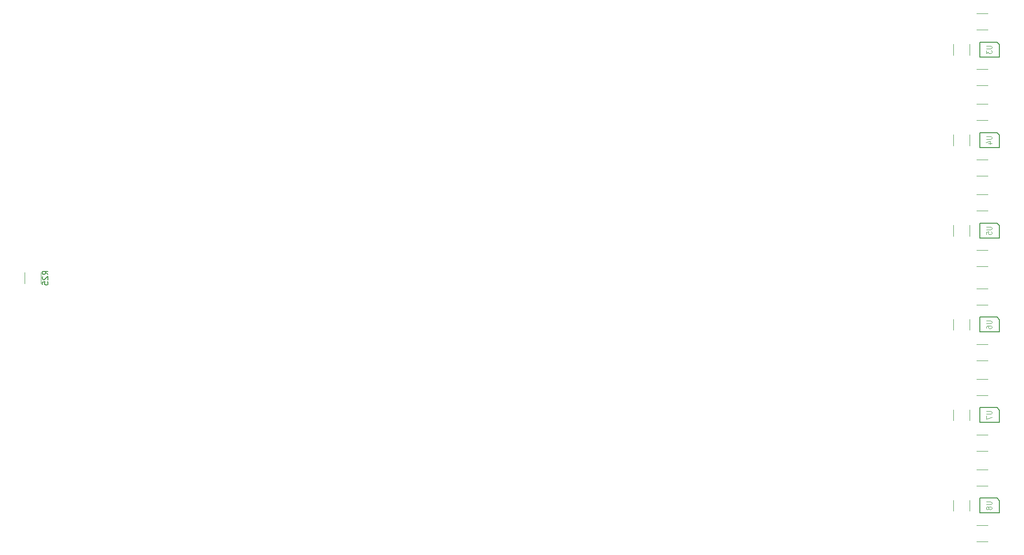
<source format=gbr>
G04 #@! TF.FileFunction,Legend,Bot*
%FSLAX46Y46*%
G04 Gerber Fmt 4.6, Leading zero omitted, Abs format (unit mm)*
G04 Created by KiCad (PCBNEW 4.0.7-e2-6376~58~ubuntu14.04.1) date Mon Sep 18 21:36:43 2017*
%MOMM*%
%LPD*%
G01*
G04 APERTURE LIST*
%ADD10C,0.100000*%
%ADD11C,0.127000*%
%ADD12C,0.120000*%
%ADD13C,0.050000*%
%ADD14C,0.150000*%
G04 APERTURE END LIST*
D10*
D11*
X241455000Y-85010000D02*
X241455000Y-87710000D01*
X241455000Y-87710000D02*
X245055000Y-87710000D01*
X245055000Y-85460000D02*
X245055000Y-87710000D01*
X241455000Y-85010000D02*
X244605000Y-85010000D01*
X245055000Y-85460000D02*
X244605000Y-85010000D01*
X241455000Y-102155000D02*
X241455000Y-104855000D01*
X241455000Y-104855000D02*
X245055000Y-104855000D01*
X245055000Y-102605000D02*
X245055000Y-104855000D01*
X241455000Y-102155000D02*
X244605000Y-102155000D01*
X245055000Y-102605000D02*
X244605000Y-102155000D01*
X241455000Y-118665000D02*
X241455000Y-121365000D01*
X241455000Y-121365000D02*
X245055000Y-121365000D01*
X245055000Y-119115000D02*
X245055000Y-121365000D01*
X241455000Y-118665000D02*
X244605000Y-118665000D01*
X245055000Y-119115000D02*
X244605000Y-118665000D01*
X241455000Y-135175000D02*
X241455000Y-137875000D01*
X241455000Y-137875000D02*
X245055000Y-137875000D01*
X245055000Y-135625000D02*
X245055000Y-137875000D01*
X241455000Y-135175000D02*
X244605000Y-135175000D01*
X245055000Y-135625000D02*
X244605000Y-135175000D01*
X241455000Y-68500000D02*
X241455000Y-71200000D01*
X241455000Y-71200000D02*
X245055000Y-71200000D01*
X245055000Y-68950000D02*
X245055000Y-71200000D01*
X241455000Y-68500000D02*
X244605000Y-68500000D01*
X245055000Y-68950000D02*
X244605000Y-68500000D01*
X241455000Y-51990000D02*
X241455000Y-54690000D01*
X241455000Y-54690000D02*
X245055000Y-54690000D01*
X245055000Y-52440000D02*
X245055000Y-54690000D01*
X241455000Y-51990000D02*
X244605000Y-51990000D01*
X245055000Y-52440000D02*
X244605000Y-51990000D01*
D12*
X242935000Y-46780000D02*
X240935000Y-46780000D01*
X240935000Y-49740000D02*
X242935000Y-49740000D01*
X239605000Y-54340000D02*
X239605000Y-52340000D01*
X236645000Y-52340000D02*
X236645000Y-54340000D01*
X242935000Y-56940000D02*
X240935000Y-56940000D01*
X240935000Y-59900000D02*
X242935000Y-59900000D01*
X242935000Y-63290000D02*
X240935000Y-63290000D01*
X240935000Y-66250000D02*
X242935000Y-66250000D01*
X239605000Y-70850000D02*
X239605000Y-68850000D01*
X236645000Y-68850000D02*
X236645000Y-70850000D01*
X242935000Y-73450000D02*
X240935000Y-73450000D01*
X240935000Y-76410000D02*
X242935000Y-76410000D01*
X242935000Y-79800000D02*
X240935000Y-79800000D01*
X240935000Y-82760000D02*
X242935000Y-82760000D01*
X239605000Y-87360000D02*
X239605000Y-85360000D01*
X236645000Y-85360000D02*
X236645000Y-87360000D01*
X242935000Y-89960000D02*
X240935000Y-89960000D01*
X240935000Y-92920000D02*
X242935000Y-92920000D01*
X242935000Y-96945000D02*
X240935000Y-96945000D01*
X240935000Y-99905000D02*
X242935000Y-99905000D01*
X239605000Y-104505000D02*
X239605000Y-102505000D01*
X236645000Y-102505000D02*
X236645000Y-104505000D01*
X242935000Y-107105000D02*
X240935000Y-107105000D01*
X240935000Y-110065000D02*
X242935000Y-110065000D01*
X242935000Y-113455000D02*
X240935000Y-113455000D01*
X240935000Y-116415000D02*
X242935000Y-116415000D01*
X239605000Y-121015000D02*
X239605000Y-119015000D01*
X236645000Y-119015000D02*
X236645000Y-121015000D01*
X242935000Y-123615000D02*
X240935000Y-123615000D01*
X240935000Y-126575000D02*
X242935000Y-126575000D01*
X242935000Y-129965000D02*
X240935000Y-129965000D01*
X240935000Y-132925000D02*
X242935000Y-132925000D01*
X239605000Y-137525000D02*
X239605000Y-135525000D01*
X236645000Y-135525000D02*
X236645000Y-137525000D01*
X242935000Y-140125000D02*
X240935000Y-140125000D01*
X240935000Y-143085000D02*
X242935000Y-143085000D01*
X67520000Y-94000000D02*
X67520000Y-96000000D01*
X70480000Y-96000000D02*
X70480000Y-94000000D01*
D13*
X242657381Y-85674286D02*
X243466905Y-85674286D01*
X243562143Y-85717143D01*
X243609762Y-85760000D01*
X243657381Y-85845714D01*
X243657381Y-86017143D01*
X243609762Y-86102857D01*
X243562143Y-86145714D01*
X243466905Y-86188571D01*
X242657381Y-86188571D01*
X242657381Y-87045714D02*
X242657381Y-86617143D01*
X243133571Y-86574286D01*
X243085952Y-86617143D01*
X243038333Y-86702857D01*
X243038333Y-86917143D01*
X243085952Y-87002857D01*
X243133571Y-87045714D01*
X243228810Y-87088571D01*
X243466905Y-87088571D01*
X243562143Y-87045714D01*
X243609762Y-87002857D01*
X243657381Y-86917143D01*
X243657381Y-86702857D01*
X243609762Y-86617143D01*
X243562143Y-86574286D01*
X242657381Y-102819286D02*
X243466905Y-102819286D01*
X243562143Y-102862143D01*
X243609762Y-102905000D01*
X243657381Y-102990714D01*
X243657381Y-103162143D01*
X243609762Y-103247857D01*
X243562143Y-103290714D01*
X243466905Y-103333571D01*
X242657381Y-103333571D01*
X242657381Y-104147857D02*
X242657381Y-103976428D01*
X242705000Y-103890714D01*
X242752619Y-103847857D01*
X242895476Y-103762143D01*
X243085952Y-103719286D01*
X243466905Y-103719286D01*
X243562143Y-103762143D01*
X243609762Y-103805000D01*
X243657381Y-103890714D01*
X243657381Y-104062143D01*
X243609762Y-104147857D01*
X243562143Y-104190714D01*
X243466905Y-104233571D01*
X243228810Y-104233571D01*
X243133571Y-104190714D01*
X243085952Y-104147857D01*
X243038333Y-104062143D01*
X243038333Y-103890714D01*
X243085952Y-103805000D01*
X243133571Y-103762143D01*
X243228810Y-103719286D01*
X242657381Y-119329286D02*
X243466905Y-119329286D01*
X243562143Y-119372143D01*
X243609762Y-119415000D01*
X243657381Y-119500714D01*
X243657381Y-119672143D01*
X243609762Y-119757857D01*
X243562143Y-119800714D01*
X243466905Y-119843571D01*
X242657381Y-119843571D01*
X242657381Y-120186428D02*
X242657381Y-120786428D01*
X243657381Y-120400714D01*
X242657381Y-135839286D02*
X243466905Y-135839286D01*
X243562143Y-135882143D01*
X243609762Y-135925000D01*
X243657381Y-136010714D01*
X243657381Y-136182143D01*
X243609762Y-136267857D01*
X243562143Y-136310714D01*
X243466905Y-136353571D01*
X242657381Y-136353571D01*
X243085952Y-136910714D02*
X243038333Y-136825000D01*
X242990714Y-136782143D01*
X242895476Y-136739286D01*
X242847857Y-136739286D01*
X242752619Y-136782143D01*
X242705000Y-136825000D01*
X242657381Y-136910714D01*
X242657381Y-137082143D01*
X242705000Y-137167857D01*
X242752619Y-137210714D01*
X242847857Y-137253571D01*
X242895476Y-137253571D01*
X242990714Y-137210714D01*
X243038333Y-137167857D01*
X243085952Y-137082143D01*
X243085952Y-136910714D01*
X243133571Y-136825000D01*
X243181190Y-136782143D01*
X243276429Y-136739286D01*
X243466905Y-136739286D01*
X243562143Y-136782143D01*
X243609762Y-136825000D01*
X243657381Y-136910714D01*
X243657381Y-137082143D01*
X243609762Y-137167857D01*
X243562143Y-137210714D01*
X243466905Y-137253571D01*
X243276429Y-137253571D01*
X243181190Y-137210714D01*
X243133571Y-137167857D01*
X243085952Y-137082143D01*
X242657381Y-69164286D02*
X243466905Y-69164286D01*
X243562143Y-69207143D01*
X243609762Y-69250000D01*
X243657381Y-69335714D01*
X243657381Y-69507143D01*
X243609762Y-69592857D01*
X243562143Y-69635714D01*
X243466905Y-69678571D01*
X242657381Y-69678571D01*
X242990714Y-70492857D02*
X243657381Y-70492857D01*
X242609762Y-70278571D02*
X243324048Y-70064286D01*
X243324048Y-70621428D01*
X242657381Y-52654286D02*
X243466905Y-52654286D01*
X243562143Y-52697143D01*
X243609762Y-52740000D01*
X243657381Y-52825714D01*
X243657381Y-52997143D01*
X243609762Y-53082857D01*
X243562143Y-53125714D01*
X243466905Y-53168571D01*
X242657381Y-53168571D01*
X242657381Y-53511428D02*
X242657381Y-54068571D01*
X243038333Y-53768571D01*
X243038333Y-53897143D01*
X243085952Y-53982857D01*
X243133571Y-54025714D01*
X243228810Y-54068571D01*
X243466905Y-54068571D01*
X243562143Y-54025714D01*
X243609762Y-53982857D01*
X243657381Y-53897143D01*
X243657381Y-53640000D01*
X243609762Y-53554286D01*
X243562143Y-53511428D01*
D14*
X71752381Y-94357143D02*
X71276190Y-94023809D01*
X71752381Y-93785714D02*
X70752381Y-93785714D01*
X70752381Y-94166667D01*
X70800000Y-94261905D01*
X70847619Y-94309524D01*
X70942857Y-94357143D01*
X71085714Y-94357143D01*
X71180952Y-94309524D01*
X71228571Y-94261905D01*
X71276190Y-94166667D01*
X71276190Y-93785714D01*
X70847619Y-94738095D02*
X70800000Y-94785714D01*
X70752381Y-94880952D01*
X70752381Y-95119048D01*
X70800000Y-95214286D01*
X70847619Y-95261905D01*
X70942857Y-95309524D01*
X71038095Y-95309524D01*
X71180952Y-95261905D01*
X71752381Y-94690476D01*
X71752381Y-95309524D01*
X70752381Y-96214286D02*
X70752381Y-95738095D01*
X71228571Y-95690476D01*
X71180952Y-95738095D01*
X71133333Y-95833333D01*
X71133333Y-96071429D01*
X71180952Y-96166667D01*
X71228571Y-96214286D01*
X71323810Y-96261905D01*
X71561905Y-96261905D01*
X71657143Y-96214286D01*
X71704762Y-96166667D01*
X71752381Y-96071429D01*
X71752381Y-95833333D01*
X71704762Y-95738095D01*
X71657143Y-95690476D01*
M02*

</source>
